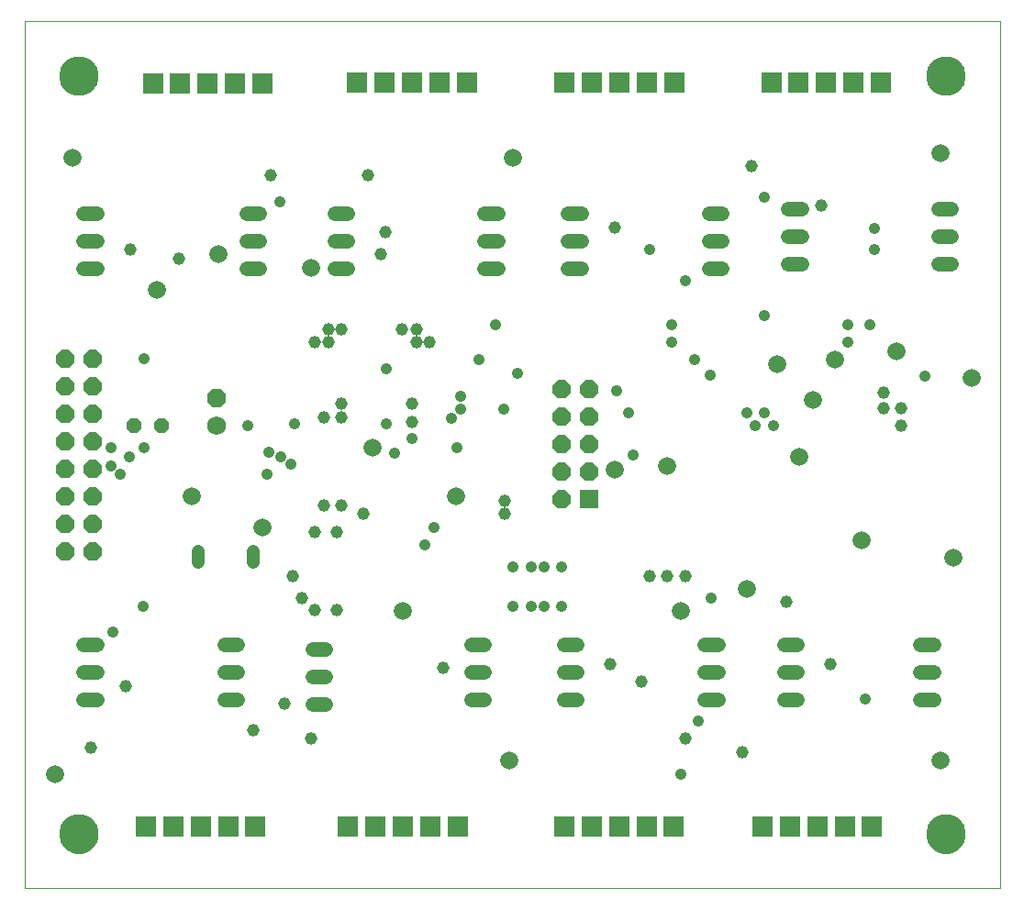
<source format=gbs>
G75*
G70*
%OFA0B0*%
%FSLAX24Y24*%
%IPPOS*%
%LPD*%
%AMOC8*
5,1,8,0,0,1.08239X$1,22.5*
%
%ADD10C,0.0000*%
%ADD11C,0.1438*%
%ADD12OC8,0.0660*%
%ADD13C,0.0460*%
%ADD14R,0.0769X0.0769*%
%ADD15OC8,0.0690*%
%ADD16C,0.0690*%
%ADD17R,0.0660X0.0660*%
%ADD18C,0.0540*%
%ADD19OC8,0.0540*%
%ADD20C,0.0417*%
%ADD21C,0.0457*%
%ADD22C,0.0654*%
D10*
X001180Y001680D02*
X001180Y033176D01*
X036613Y033176D01*
X036613Y001680D01*
X001180Y001680D01*
X002460Y003649D02*
X002462Y003701D01*
X002468Y003753D01*
X002478Y003804D01*
X002491Y003854D01*
X002509Y003904D01*
X002530Y003951D01*
X002554Y003997D01*
X002583Y004041D01*
X002614Y004083D01*
X002648Y004122D01*
X002685Y004159D01*
X002725Y004192D01*
X002768Y004223D01*
X002812Y004250D01*
X002858Y004274D01*
X002907Y004294D01*
X002956Y004310D01*
X003007Y004323D01*
X003058Y004332D01*
X003110Y004337D01*
X003162Y004338D01*
X003214Y004335D01*
X003266Y004328D01*
X003317Y004317D01*
X003367Y004303D01*
X003416Y004284D01*
X003463Y004262D01*
X003508Y004237D01*
X003552Y004208D01*
X003593Y004176D01*
X003632Y004141D01*
X003667Y004103D01*
X003700Y004062D01*
X003730Y004020D01*
X003756Y003975D01*
X003779Y003928D01*
X003798Y003879D01*
X003814Y003829D01*
X003826Y003779D01*
X003834Y003727D01*
X003838Y003675D01*
X003838Y003623D01*
X003834Y003571D01*
X003826Y003519D01*
X003814Y003469D01*
X003798Y003419D01*
X003779Y003370D01*
X003756Y003323D01*
X003730Y003278D01*
X003700Y003236D01*
X003667Y003195D01*
X003632Y003157D01*
X003593Y003122D01*
X003552Y003090D01*
X003508Y003061D01*
X003463Y003036D01*
X003416Y003014D01*
X003367Y002995D01*
X003317Y002981D01*
X003266Y002970D01*
X003214Y002963D01*
X003162Y002960D01*
X003110Y002961D01*
X003058Y002966D01*
X003007Y002975D01*
X002956Y002988D01*
X002907Y003004D01*
X002858Y003024D01*
X002812Y003048D01*
X002768Y003075D01*
X002725Y003106D01*
X002685Y003139D01*
X002648Y003176D01*
X002614Y003215D01*
X002583Y003257D01*
X002554Y003301D01*
X002530Y003347D01*
X002509Y003394D01*
X002491Y003444D01*
X002478Y003494D01*
X002468Y003545D01*
X002462Y003597D01*
X002460Y003649D01*
X002460Y031208D02*
X002462Y031260D01*
X002468Y031312D01*
X002478Y031363D01*
X002491Y031413D01*
X002509Y031463D01*
X002530Y031510D01*
X002554Y031556D01*
X002583Y031600D01*
X002614Y031642D01*
X002648Y031681D01*
X002685Y031718D01*
X002725Y031751D01*
X002768Y031782D01*
X002812Y031809D01*
X002858Y031833D01*
X002907Y031853D01*
X002956Y031869D01*
X003007Y031882D01*
X003058Y031891D01*
X003110Y031896D01*
X003162Y031897D01*
X003214Y031894D01*
X003266Y031887D01*
X003317Y031876D01*
X003367Y031862D01*
X003416Y031843D01*
X003463Y031821D01*
X003508Y031796D01*
X003552Y031767D01*
X003593Y031735D01*
X003632Y031700D01*
X003667Y031662D01*
X003700Y031621D01*
X003730Y031579D01*
X003756Y031534D01*
X003779Y031487D01*
X003798Y031438D01*
X003814Y031388D01*
X003826Y031338D01*
X003834Y031286D01*
X003838Y031234D01*
X003838Y031182D01*
X003834Y031130D01*
X003826Y031078D01*
X003814Y031028D01*
X003798Y030978D01*
X003779Y030929D01*
X003756Y030882D01*
X003730Y030837D01*
X003700Y030795D01*
X003667Y030754D01*
X003632Y030716D01*
X003593Y030681D01*
X003552Y030649D01*
X003508Y030620D01*
X003463Y030595D01*
X003416Y030573D01*
X003367Y030554D01*
X003317Y030540D01*
X003266Y030529D01*
X003214Y030522D01*
X003162Y030519D01*
X003110Y030520D01*
X003058Y030525D01*
X003007Y030534D01*
X002956Y030547D01*
X002907Y030563D01*
X002858Y030583D01*
X002812Y030607D01*
X002768Y030634D01*
X002725Y030665D01*
X002685Y030698D01*
X002648Y030735D01*
X002614Y030774D01*
X002583Y030816D01*
X002554Y030860D01*
X002530Y030906D01*
X002509Y030953D01*
X002491Y031003D01*
X002478Y031053D01*
X002468Y031104D01*
X002462Y031156D01*
X002460Y031208D01*
X033956Y031208D02*
X033958Y031260D01*
X033964Y031312D01*
X033974Y031363D01*
X033987Y031413D01*
X034005Y031463D01*
X034026Y031510D01*
X034050Y031556D01*
X034079Y031600D01*
X034110Y031642D01*
X034144Y031681D01*
X034181Y031718D01*
X034221Y031751D01*
X034264Y031782D01*
X034308Y031809D01*
X034354Y031833D01*
X034403Y031853D01*
X034452Y031869D01*
X034503Y031882D01*
X034554Y031891D01*
X034606Y031896D01*
X034658Y031897D01*
X034710Y031894D01*
X034762Y031887D01*
X034813Y031876D01*
X034863Y031862D01*
X034912Y031843D01*
X034959Y031821D01*
X035004Y031796D01*
X035048Y031767D01*
X035089Y031735D01*
X035128Y031700D01*
X035163Y031662D01*
X035196Y031621D01*
X035226Y031579D01*
X035252Y031534D01*
X035275Y031487D01*
X035294Y031438D01*
X035310Y031388D01*
X035322Y031338D01*
X035330Y031286D01*
X035334Y031234D01*
X035334Y031182D01*
X035330Y031130D01*
X035322Y031078D01*
X035310Y031028D01*
X035294Y030978D01*
X035275Y030929D01*
X035252Y030882D01*
X035226Y030837D01*
X035196Y030795D01*
X035163Y030754D01*
X035128Y030716D01*
X035089Y030681D01*
X035048Y030649D01*
X035004Y030620D01*
X034959Y030595D01*
X034912Y030573D01*
X034863Y030554D01*
X034813Y030540D01*
X034762Y030529D01*
X034710Y030522D01*
X034658Y030519D01*
X034606Y030520D01*
X034554Y030525D01*
X034503Y030534D01*
X034452Y030547D01*
X034403Y030563D01*
X034354Y030583D01*
X034308Y030607D01*
X034264Y030634D01*
X034221Y030665D01*
X034181Y030698D01*
X034144Y030735D01*
X034110Y030774D01*
X034079Y030816D01*
X034050Y030860D01*
X034026Y030906D01*
X034005Y030953D01*
X033987Y031003D01*
X033974Y031053D01*
X033964Y031104D01*
X033958Y031156D01*
X033956Y031208D01*
X033956Y003649D02*
X033958Y003701D01*
X033964Y003753D01*
X033974Y003804D01*
X033987Y003854D01*
X034005Y003904D01*
X034026Y003951D01*
X034050Y003997D01*
X034079Y004041D01*
X034110Y004083D01*
X034144Y004122D01*
X034181Y004159D01*
X034221Y004192D01*
X034264Y004223D01*
X034308Y004250D01*
X034354Y004274D01*
X034403Y004294D01*
X034452Y004310D01*
X034503Y004323D01*
X034554Y004332D01*
X034606Y004337D01*
X034658Y004338D01*
X034710Y004335D01*
X034762Y004328D01*
X034813Y004317D01*
X034863Y004303D01*
X034912Y004284D01*
X034959Y004262D01*
X035004Y004237D01*
X035048Y004208D01*
X035089Y004176D01*
X035128Y004141D01*
X035163Y004103D01*
X035196Y004062D01*
X035226Y004020D01*
X035252Y003975D01*
X035275Y003928D01*
X035294Y003879D01*
X035310Y003829D01*
X035322Y003779D01*
X035330Y003727D01*
X035334Y003675D01*
X035334Y003623D01*
X035330Y003571D01*
X035322Y003519D01*
X035310Y003469D01*
X035294Y003419D01*
X035275Y003370D01*
X035252Y003323D01*
X035226Y003278D01*
X035196Y003236D01*
X035163Y003195D01*
X035128Y003157D01*
X035089Y003122D01*
X035048Y003090D01*
X035004Y003061D01*
X034959Y003036D01*
X034912Y003014D01*
X034863Y002995D01*
X034813Y002981D01*
X034762Y002970D01*
X034710Y002963D01*
X034658Y002960D01*
X034606Y002961D01*
X034554Y002966D01*
X034503Y002975D01*
X034452Y002988D01*
X034403Y003004D01*
X034354Y003024D01*
X034308Y003048D01*
X034264Y003075D01*
X034221Y003106D01*
X034181Y003139D01*
X034144Y003176D01*
X034110Y003215D01*
X034079Y003257D01*
X034050Y003301D01*
X034026Y003347D01*
X034005Y003394D01*
X033987Y003444D01*
X033974Y003494D01*
X033964Y003545D01*
X033958Y003597D01*
X033956Y003649D01*
D11*
X034645Y003649D03*
X034645Y031208D03*
X003149Y031208D03*
X003149Y003649D03*
D12*
X003649Y013928D03*
X003649Y014928D03*
X003649Y015928D03*
X003649Y016928D03*
X003649Y017928D03*
X003649Y018928D03*
X003649Y019928D03*
X003649Y020928D03*
X002649Y020928D03*
X002649Y019928D03*
X002649Y018928D03*
X002649Y017928D03*
X002649Y016928D03*
X002649Y015928D03*
X002649Y014928D03*
X002649Y013928D03*
X020680Y015840D03*
X020680Y016840D03*
X020680Y017840D03*
X021680Y017840D03*
X021680Y016840D03*
X021680Y018840D03*
X020680Y018840D03*
X020680Y019840D03*
X021680Y019840D03*
D13*
X009500Y013920D02*
X009500Y013520D01*
X007500Y013520D02*
X007500Y013920D01*
D14*
X007580Y003920D03*
X006580Y003920D03*
X005580Y003920D03*
X008580Y003920D03*
X009564Y003920D03*
X012940Y003920D03*
X013940Y003920D03*
X014940Y003920D03*
X015940Y003920D03*
X016924Y003920D03*
X020780Y003920D03*
X021780Y003920D03*
X022780Y003920D03*
X023780Y003920D03*
X024764Y003920D03*
X027980Y003920D03*
X028980Y003920D03*
X029980Y003920D03*
X030980Y003920D03*
X031964Y003920D03*
X009840Y030920D03*
X008840Y030920D03*
X007840Y030920D03*
X006840Y030920D03*
X005856Y030920D03*
X013276Y030960D03*
X014260Y030960D03*
X015260Y030960D03*
X016260Y030960D03*
X017260Y030960D03*
X020796Y030960D03*
X021780Y030960D03*
X022780Y030960D03*
X023780Y030960D03*
X024780Y030960D03*
X028316Y030960D03*
X029300Y030960D03*
X030300Y030960D03*
X031300Y030960D03*
X032300Y030960D03*
D15*
X008160Y019500D03*
D16*
X008160Y018500D03*
D17*
X021680Y015840D03*
D18*
X021260Y010520D02*
X020780Y010520D01*
X020780Y009520D02*
X021260Y009520D01*
X021260Y008520D02*
X020780Y008520D01*
X017900Y008520D02*
X017420Y008520D01*
X017420Y009520D02*
X017900Y009520D01*
X017900Y010520D02*
X017420Y010520D01*
X012140Y010360D02*
X011660Y010360D01*
X011660Y009360D02*
X012140Y009360D01*
X012140Y008360D02*
X011660Y008360D01*
X008940Y008520D02*
X008460Y008520D01*
X008460Y009520D02*
X008940Y009520D01*
X008940Y010520D02*
X008460Y010520D01*
X003820Y010520D02*
X003340Y010520D01*
X003340Y009520D02*
X003820Y009520D01*
X003820Y008520D02*
X003340Y008520D01*
X003340Y024200D02*
X003820Y024200D01*
X003820Y025200D02*
X003340Y025200D01*
X003340Y026200D02*
X003820Y026200D01*
X009260Y026200D02*
X009740Y026200D01*
X009740Y025200D02*
X009260Y025200D01*
X009260Y024200D02*
X009740Y024200D01*
X012460Y024200D02*
X012940Y024200D01*
X012940Y025200D02*
X012460Y025200D01*
X012460Y026200D02*
X012940Y026200D01*
X017900Y026200D02*
X018380Y026200D01*
X018380Y025200D02*
X017900Y025200D01*
X017900Y024200D02*
X018380Y024200D01*
X020940Y024200D02*
X021420Y024200D01*
X021420Y025200D02*
X020940Y025200D01*
X020940Y026200D02*
X021420Y026200D01*
X026060Y026200D02*
X026540Y026200D01*
X026540Y025200D02*
X026060Y025200D01*
X026060Y024200D02*
X026540Y024200D01*
X028940Y024360D02*
X029420Y024360D01*
X029420Y025360D02*
X028940Y025360D01*
X028940Y026360D02*
X029420Y026360D01*
X034380Y026360D02*
X034860Y026360D01*
X034860Y025360D02*
X034380Y025360D01*
X034380Y024360D02*
X034860Y024360D01*
X034220Y010520D02*
X033740Y010520D01*
X033740Y009520D02*
X034220Y009520D01*
X034220Y008520D02*
X033740Y008520D01*
X029260Y008520D02*
X028780Y008520D01*
X028780Y009520D02*
X029260Y009520D01*
X029260Y010520D02*
X028780Y010520D01*
X026380Y010520D02*
X025900Y010520D01*
X025900Y009520D02*
X026380Y009520D01*
X026380Y008520D02*
X025900Y008520D01*
D19*
X006160Y018480D03*
X005160Y018480D03*
D20*
X005540Y017680D03*
X004980Y017360D03*
X004340Y017040D03*
X004660Y016720D03*
X004340Y017680D03*
X005540Y020920D03*
X009300Y018480D03*
X010060Y017520D03*
X010500Y017360D03*
X010860Y017080D03*
X009980Y016720D03*
X010980Y018560D03*
X014340Y018560D03*
X015260Y018040D03*
X014620Y017480D03*
X016700Y018760D03*
X017020Y019080D03*
X017020Y019560D03*
X017700Y020880D03*
X018300Y022160D03*
X019100Y020400D03*
X018580Y019080D03*
X016900Y017680D03*
X016060Y014800D03*
X015740Y014160D03*
X018940Y013360D03*
X019580Y013360D03*
X020060Y013360D03*
X020700Y013360D03*
X020700Y011920D03*
X020060Y011920D03*
X019580Y011920D03*
X018940Y011920D03*
X023300Y017440D03*
X023140Y018960D03*
X022700Y019760D03*
X024700Y021520D03*
X024700Y022160D03*
X025540Y020880D03*
X026100Y020320D03*
X027420Y018960D03*
X027740Y018480D03*
X028060Y018960D03*
X028380Y018480D03*
X031100Y021520D03*
X031100Y022160D03*
X031900Y022160D03*
X033900Y020280D03*
X032060Y024880D03*
X032060Y025665D03*
X028060Y026800D03*
X025180Y023760D03*
X023900Y024880D03*
X028060Y022480D03*
X026140Y012240D03*
X025660Y007760D03*
X025020Y005840D03*
X031740Y008560D03*
X014340Y020560D03*
X010460Y026640D03*
X005500Y011920D03*
X004380Y011000D03*
D21*
X004860Y009040D03*
X003580Y006800D03*
X009500Y007440D03*
X010620Y008400D03*
X011580Y007120D03*
X016380Y009680D03*
X012540Y011800D03*
X011740Y011800D03*
X011260Y012240D03*
X010940Y013040D03*
X011740Y014640D03*
X012540Y014640D03*
X013500Y015280D03*
X012700Y015600D03*
X012060Y015600D03*
X012060Y018800D03*
X012700Y018800D03*
X012700Y019280D03*
X012220Y021520D03*
X011740Y021520D03*
X012220Y022000D03*
X012700Y022000D03*
X014900Y022000D03*
X015420Y022000D03*
X015420Y021520D03*
X015900Y021520D03*
X015260Y019280D03*
X015260Y018640D03*
X018620Y015760D03*
X018620Y015280D03*
X023900Y013040D03*
X024540Y013040D03*
X025180Y013040D03*
X022460Y009840D03*
X023580Y009200D03*
X025180Y007120D03*
X027260Y006640D03*
X030460Y009840D03*
X028860Y012080D03*
X033020Y018480D03*
X033020Y019120D03*
X032380Y019120D03*
X032380Y019680D03*
X030140Y026480D03*
X027580Y027920D03*
X022620Y025680D03*
X014300Y025520D03*
X014140Y024720D03*
X013660Y027600D03*
X010140Y027600D03*
X006780Y024560D03*
X005020Y024880D03*
D22*
X005980Y023440D03*
X008220Y024720D03*
X011580Y024240D03*
X013820Y017680D03*
X016860Y015920D03*
X014940Y011760D03*
X009820Y014800D03*
X007260Y015920D03*
X002300Y005840D03*
X018780Y006320D03*
X025020Y011760D03*
X027420Y012560D03*
X031580Y014320D03*
X034940Y013680D03*
X029340Y017360D03*
X029820Y019440D03*
X030620Y020880D03*
X028540Y020720D03*
X032860Y021200D03*
X035580Y020240D03*
X034460Y028400D03*
X024540Y017040D03*
X022620Y016880D03*
X034460Y006320D03*
X018940Y028240D03*
X002940Y028240D03*
M02*

</source>
